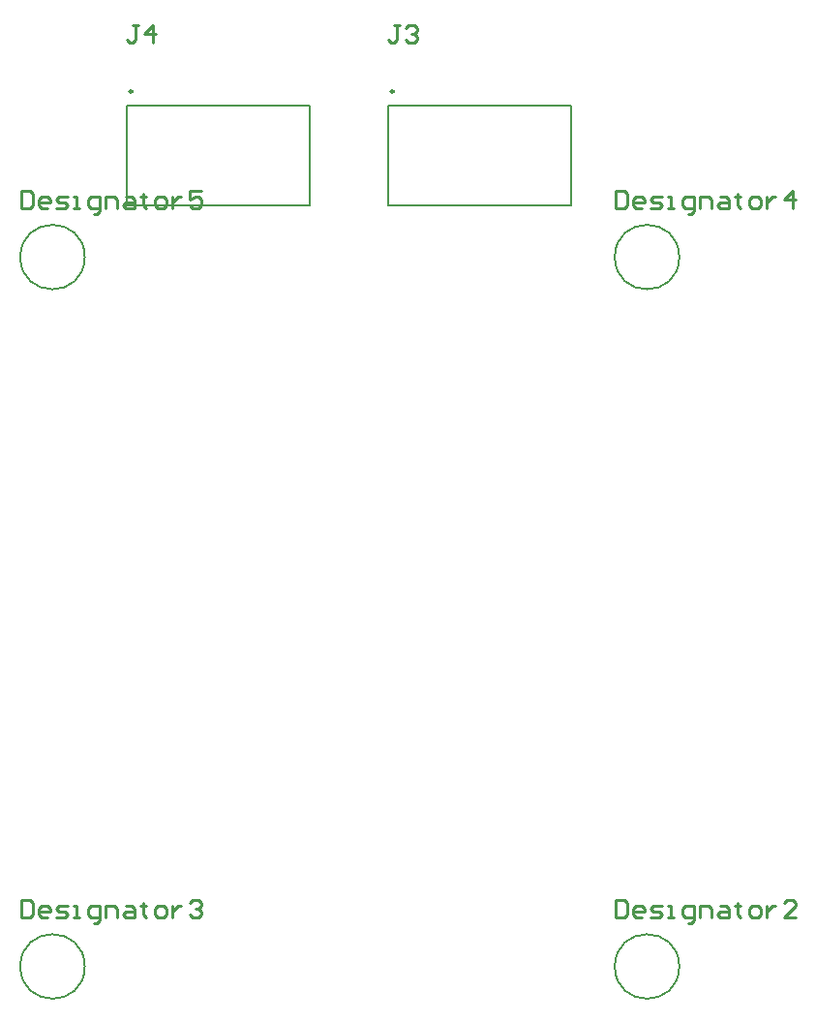
<source format=gto>
G04*
G04 #@! TF.GenerationSoftware,Altium Limited,Altium Designer,23.6.0 (18)*
G04*
G04 Layer_Color=65535*
%FSLAX44Y44*%
%MOMM*%
G71*
G04*
G04 #@! TF.SameCoordinates,601DDEDB-8D37-4A0F-BDDB-BED4ADFAC405*
G04*
G04*
G04 #@! TF.FilePolarity,Positive*
G04*
G01*
G75*
%ADD10C,0.2500*%
%ADD11C,0.1500*%
%ADD12C,0.2000*%
%ADD13C,0.2540*%
D10*
X1588350Y916551D02*
G03*
X1588350Y916551I-1250J0D01*
G01*
X1359748D02*
G03*
X1359748Y916551I-1250J0D01*
G01*
D11*
X1318194Y772000D02*
G03*
X1318194Y772000I-28194J0D01*
G01*
X1838194D02*
G03*
X1838194Y772000I-28194J0D01*
G01*
X1318194Y152000D02*
G03*
X1318194Y152000I-28194J0D01*
G01*
X1838194D02*
G03*
X1838194Y152000I-28194J0D01*
G01*
D12*
X1583200Y817051D02*
X1743600D01*
X1583200D02*
Y904051D01*
X1743600D01*
Y817051D02*
Y904051D01*
X1354598Y817051D02*
X1514998D01*
X1354598D02*
Y904051D01*
X1514998D01*
Y817051D02*
Y904051D01*
D13*
X1593593Y974593D02*
X1588514D01*
X1591053D01*
Y961897D01*
X1588514Y959358D01*
X1585975D01*
X1583436Y961897D01*
X1598671Y972054D02*
X1601210Y974593D01*
X1606289D01*
X1608828Y972054D01*
Y969515D01*
X1606289Y966975D01*
X1603749D01*
X1606289D01*
X1608828Y964436D01*
Y961897D01*
X1606289Y959358D01*
X1601210D01*
X1598671Y961897D01*
X1364993Y974593D02*
X1359914D01*
X1362453D01*
Y961897D01*
X1359914Y959358D01*
X1357375D01*
X1354836Y961897D01*
X1377689Y959358D02*
Y974593D01*
X1370071Y966975D01*
X1380228D01*
X1262458Y830085D02*
Y814850D01*
X1270076D01*
X1272615Y817389D01*
Y827546D01*
X1270076Y830085D01*
X1262458D01*
X1285311Y814850D02*
X1280232D01*
X1277693Y817389D01*
Y822467D01*
X1280232Y825007D01*
X1285311D01*
X1287850Y822467D01*
Y819928D01*
X1277693D01*
X1292928Y814850D02*
X1300546D01*
X1303085Y817389D01*
X1300546Y819928D01*
X1295467D01*
X1292928Y822467D01*
X1295467Y825007D01*
X1303085D01*
X1308163Y814850D02*
X1313242D01*
X1310702D01*
Y825007D01*
X1308163D01*
X1325938Y809772D02*
X1328477D01*
X1331016Y812311D01*
Y825007D01*
X1323398D01*
X1320859Y822467D01*
Y817389D01*
X1323398Y814850D01*
X1331016D01*
X1336094D02*
Y825007D01*
X1343712D01*
X1346251Y822467D01*
Y814850D01*
X1353868Y825007D02*
X1358947D01*
X1361486Y822467D01*
Y814850D01*
X1353868D01*
X1351329Y817389D01*
X1353868Y819928D01*
X1361486D01*
X1369104Y827546D02*
Y825007D01*
X1366564D01*
X1371643D01*
X1369104D01*
Y817389D01*
X1371643Y814850D01*
X1381799D02*
X1386878D01*
X1389417Y817389D01*
Y822467D01*
X1386878Y825007D01*
X1381799D01*
X1379260Y822467D01*
Y817389D01*
X1381799Y814850D01*
X1394495Y825007D02*
Y814850D01*
Y819928D01*
X1397034Y822467D01*
X1399574Y825007D01*
X1402113D01*
X1419887Y830085D02*
X1409730D01*
Y822467D01*
X1414809Y825007D01*
X1417348D01*
X1419887Y822467D01*
Y817389D01*
X1417348Y814850D01*
X1412269D01*
X1409730Y817389D01*
X1782458Y830085D02*
Y814850D01*
X1790076D01*
X1792615Y817389D01*
Y827546D01*
X1790076Y830085D01*
X1782458D01*
X1805311Y814850D02*
X1800232D01*
X1797693Y817389D01*
Y822467D01*
X1800232Y825007D01*
X1805311D01*
X1807850Y822467D01*
Y819928D01*
X1797693D01*
X1812928Y814850D02*
X1820546D01*
X1823085Y817389D01*
X1820546Y819928D01*
X1815467D01*
X1812928Y822467D01*
X1815467Y825007D01*
X1823085D01*
X1828163Y814850D02*
X1833242D01*
X1830702D01*
Y825007D01*
X1828163D01*
X1845938Y809772D02*
X1848477D01*
X1851016Y812311D01*
Y825007D01*
X1843398D01*
X1840859Y822467D01*
Y817389D01*
X1843398Y814850D01*
X1851016D01*
X1856094D02*
Y825007D01*
X1863712D01*
X1866251Y822467D01*
Y814850D01*
X1873868Y825007D02*
X1878947D01*
X1881486Y822467D01*
Y814850D01*
X1873868D01*
X1871329Y817389D01*
X1873868Y819928D01*
X1881486D01*
X1889104Y827546D02*
Y825007D01*
X1886564D01*
X1891643D01*
X1889104D01*
Y817389D01*
X1891643Y814850D01*
X1901799D02*
X1906878D01*
X1909417Y817389D01*
Y822467D01*
X1906878Y825007D01*
X1901799D01*
X1899260Y822467D01*
Y817389D01*
X1901799Y814850D01*
X1914495Y825007D02*
Y814850D01*
Y819928D01*
X1917034Y822467D01*
X1919574Y825007D01*
X1922113D01*
X1937348Y814850D02*
Y830085D01*
X1929730Y822467D01*
X1939887D01*
X1262462Y210117D02*
Y194882D01*
X1270080D01*
X1272619Y197421D01*
Y207578D01*
X1270080Y210117D01*
X1262462D01*
X1285315Y194882D02*
X1280236D01*
X1277697Y197421D01*
Y202500D01*
X1280236Y205039D01*
X1285315D01*
X1287854Y202500D01*
Y199960D01*
X1277697D01*
X1292932Y194882D02*
X1300550D01*
X1303089Y197421D01*
X1300550Y199960D01*
X1295471D01*
X1292932Y202500D01*
X1295471Y205039D01*
X1303089D01*
X1308167Y194882D02*
X1313246D01*
X1310706D01*
Y205039D01*
X1308167D01*
X1325941Y189804D02*
X1328481D01*
X1331020Y192343D01*
Y205039D01*
X1323402D01*
X1320863Y202500D01*
Y197421D01*
X1323402Y194882D01*
X1331020D01*
X1336098D02*
Y205039D01*
X1343716D01*
X1346255Y202500D01*
Y194882D01*
X1353873Y205039D02*
X1358951D01*
X1361490Y202500D01*
Y194882D01*
X1353873D01*
X1351333Y197421D01*
X1353873Y199960D01*
X1361490D01*
X1369108Y207578D02*
Y205039D01*
X1366568D01*
X1371647D01*
X1369108D01*
Y197421D01*
X1371647Y194882D01*
X1381803D02*
X1386882D01*
X1389421Y197421D01*
Y202500D01*
X1386882Y205039D01*
X1381803D01*
X1379264Y202500D01*
Y197421D01*
X1381803Y194882D01*
X1394499Y205039D02*
Y194882D01*
Y199960D01*
X1397039Y202500D01*
X1399578Y205039D01*
X1402117D01*
X1409734Y207578D02*
X1412274Y210117D01*
X1417352D01*
X1419891Y207578D01*
Y205039D01*
X1417352Y202500D01*
X1414813D01*
X1417352D01*
X1419891Y199960D01*
Y197421D01*
X1417352Y194882D01*
X1412274D01*
X1409734Y197421D01*
X1782368Y210217D02*
Y194982D01*
X1789986D01*
X1792525Y197521D01*
Y207678D01*
X1789986Y210217D01*
X1782368D01*
X1805221Y194982D02*
X1800142D01*
X1797603Y197521D01*
Y202600D01*
X1800142Y205139D01*
X1805221D01*
X1807760Y202600D01*
Y200060D01*
X1797603D01*
X1812838Y194982D02*
X1820456D01*
X1822995Y197521D01*
X1820456Y200060D01*
X1815377D01*
X1812838Y202600D01*
X1815377Y205139D01*
X1822995D01*
X1828073Y194982D02*
X1833152D01*
X1830612D01*
Y205139D01*
X1828073D01*
X1845847Y189904D02*
X1848387D01*
X1850926Y192443D01*
Y205139D01*
X1843308D01*
X1840769Y202600D01*
Y197521D01*
X1843308Y194982D01*
X1850926D01*
X1856004D02*
Y205139D01*
X1863622D01*
X1866161Y202600D01*
Y194982D01*
X1873778Y205139D02*
X1878857D01*
X1881396Y202600D01*
Y194982D01*
X1873778D01*
X1871239Y197521D01*
X1873778Y200060D01*
X1881396D01*
X1889014Y207678D02*
Y205139D01*
X1886474D01*
X1891553D01*
X1889014D01*
Y197521D01*
X1891553Y194982D01*
X1901709D02*
X1906788D01*
X1909327Y197521D01*
Y202600D01*
X1906788Y205139D01*
X1901709D01*
X1899170Y202600D01*
Y197521D01*
X1901709Y194982D01*
X1914405Y205139D02*
Y194982D01*
Y200060D01*
X1916944Y202600D01*
X1919484Y205139D01*
X1922023D01*
X1939797Y194982D02*
X1929640D01*
X1939797Y205139D01*
Y207678D01*
X1937258Y210217D01*
X1932180D01*
X1929640Y207678D01*
M02*

</source>
